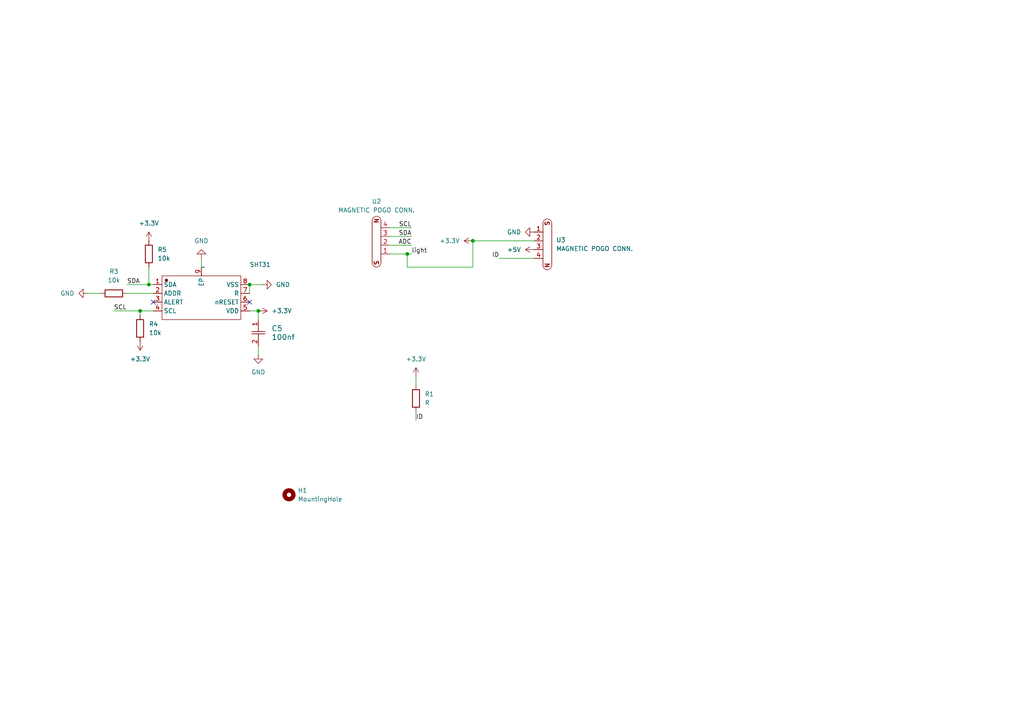
<source format=kicad_sch>
(kicad_sch (version 20250114) (generator "eeschema") (generator_version "9.0")
  (paper "A4")
  (lib_symbols
    (symbol "2026-01-23_05-30-51:C0603C104K5RACTU" (pin_names (offset 0.254))
      (property "Reference" "C" (at 3.81 3.81 0))
      (property "Value" "C0603C104K5RACTU" (at 3.81 -3.81 0))
      (symbol "C0603C104K5RACTU_1_1"
        (polyline (pts (xy 2.54 0) (xy 3.4798 0)) (stroke (width 0.2032)))
        (polyline (pts (xy 3.4798 -1.905) (xy 3.4798 1.905)) (stroke (width 0.2032)))
        (polyline (pts (xy 4.1148 0) (xy 5.08 0)) (stroke (width 0.2032)))
        (polyline (pts (xy 4.1148 -1.905) (xy 4.1148 1.905)) (stroke (width 0.2032)))
        (pin unspecified line (at 0 0 0) (length 2.54) (name "") (number "1"))
        (pin unspecified line (at 7.62 0 180) (length 2.54) (name "") (number "2"))
      )
      (symbol "C0603C104K5RACTU_1_2"
        (polyline (pts (xy -1.905 -3.4798) (xy 1.905 -3.4798)) (stroke (width 0.2032)))
        (polyline (pts (xy -1.905 -4.1148) (xy 1.905 -4.1148)) (stroke (width 0.2032)))
        (polyline (pts (xy 0 -2.54) (xy 0 -3.4798)) (stroke (width 0.2032)))
        (polyline (pts (xy 0 -4.1148) (xy 0 -5.08)) (stroke (width 0.2032)))
        (pin unspecified line (at 0 0 270) (length 2.54) (name "") (number "1"))
        (pin unspecified line (at 0 -7.62 90) (length 2.54) (name "") (number "2"))
      )
    )
    (symbol "Device:R" (pin_numbers (hide yes)) (pin_names (offset 0))
      (property "Reference" "R" (at 2.032 0 90))
      (property "Value" "R" (at 0 0 90))
      (symbol "R_0_1"
        (rectangle (start -1.016 -2.54) (end 1.016 2.54) (stroke (width 0.254)))
      )
      (symbol "R_1_1"
        (pin passive line (at 0 3.81 270) (length 1.27) (name "~") (number "1"))
        (pin passive line (at 0 -3.81 90) (length 1.27) (name "~") (number "2"))
      )
    )
    (symbol "Mechanical:MountingHole" (pin_names (offset 1.016)) (in_bom no)
      (property "Reference" "H" (at 0 5.08 0))
      (property "Value" "MountingHole" (at 0 3.175 0))
      (symbol "MountingHole_0_1"
        (circle (center 0 0) (radius 1.27) (stroke (width 1.27)))
      )
    )
    (symbol "SHT31-DIS-F2.5KS_2025-12-25-altium-import:root_0_SHT31-DIS-F2.5KS_"
      (symbol "root_0_SHT31-DIS-F2.5KS__1_0"
        (rectangle (start -11.43 5.08) (end 11.43 -7.62) (stroke (width 0) (color 136 0 0 1)))
        (circle (center -10.16 3.81) (radius 0.381) (stroke (width 0) (color 136 0 0 1)) (fill (type outline)))
        (pin passive line (at -13.97 2.54 0) (length 2.54) (name "SDA") (number "1"))
        (pin passive line (at -13.97 0 0) (length 2.54) (name "ADDR") (number "2"))
        (pin passive line (at -13.97 -2.54 0) (length 2.54) (name "ALERT") (number "3"))
        (pin passive line (at -13.97 -5.08 0) (length 2.54) (name "SCL") (number "4"))
        (pin passive line (at 0 7.62 270) (length 2.54) (name "EP") (number "9"))
        (pin passive line (at 13.97 2.54 180) (length 2.54) (name "VSS") (number "8"))
        (pin passive line (at 13.97 0 180) (length 2.54) (name "R") (number "7"))
        (pin passive line (at 13.97 -2.54 180) (length 2.54) (name "nRESET") (number "6"))
        (pin passive line (at 13.97 -5.08 180) (length 2.54) (name "VDD") (number "5"))
      )
    )
    (symbol "magnetic_pogo_conn.:MAGNETIC_POGO_CONN."
      (property "Reference" "U" (at 0.508 4.826 0))
      (property "Value" "MAGNETIC POGO CONN." (at 0.508 2.54 0))
      (symbol "MAGNETIC_POGO_CONN._1_1"
        (rectangle (start -5.08 1.2954) (end 7.112 1.27) (fill (type background)))
        (arc (start -5.08 -1.27) (mid -6.35 0) (end -5.08 1.27))
        (rectangle (start -5.08 -1.2446) (end 7.112 -1.27) (fill (type background)))
        (arc (start 7.112 1.27) (mid 8.382 0) (end 7.112 -1.27))
        (text "S" (at -5.08 0 0) (effects (font (size 1.27 1.27) (thickness 0.254) (bold yes))))
        (text "N" (at 7.112 0 0) (effects (font (size 1.27 1.27) (thickness 0.254) (bold yes))))
        (pin bidirectional line (at -2.54 -3.81 90) (length 2.54) (name "") (number "1"))
        (pin bidirectional line (at 0 -3.81 90) (length 2.54) (name "") (number "2"))
        (pin bidirectional line (at 2.54 -3.81 90) (length 2.54) (name "") (number "3"))
        (pin bidirectional line (at 5.08 -3.81 90) (length 2.54) (name "") (number "4"))
      )
    )
    (symbol "power:+3.3V" (power) (pin_numbers (hide yes)) (pin_names (offset 0) (hide yes))
      (property "Value" "+3.3V" (at 0 3.556 0))
      (symbol "+3.3V_0_1"
        (polyline (pts (xy -0.762 1.27) (xy 0 2.54)))
        (polyline (pts (xy 0 2.54) (xy 0.762 1.27)))
        (polyline (pts (xy 0 0) (xy 0 2.54)))
      )
      (symbol "+3.3V_1_1"
        (pin power_in line (at 0 0 90) (length 0) (name "~") (number "1"))
      )
    )
    (symbol "power:+5V" (power) (pin_numbers (hide yes)) (pin_names (offset 0) (hide yes))
      (property "Value" "+5V" (at 0 3.556 0))
      (symbol "+5V_0_1"
        (polyline (pts (xy -0.762 1.27) (xy 0 2.54)))
        (polyline (pts (xy 0 2.54) (xy 0.762 1.27)))
        (polyline (pts (xy 0 0) (xy 0 2.54)))
      )
      (symbol "+5V_1_1"
        (pin power_in line (at 0 0 90) (length 0) (name "~") (number "1"))
      )
    )
    (symbol "power:GND" (power) (pin_numbers (hide yes)) (pin_names (offset 0) (hide yes))
      (property "Value" "GND" (at 0 -3.81 0))
      (symbol "GND_0_1"
        (polyline (pts (xy 0 0) (xy 0 -1.27) (xy 1.27 -1.27) (xy 0 -2.54) (xy -1.27 -1.27) (xy 0 -1.27)))
      )
      (symbol "GND_1_1"
        (pin power_in line (at 0 0 270) (length 0) (name "~") (number "1"))
      )
    )
  )
  (junction (at 137.16 69.85))
  (junction (at 118.11 73.66))
  (junction (at 74.93 90.17))
  (junction (at 43.18 82.55))
  (junction (at 72.39 82.55))
  (junction (at 40.64 90.17))
  (no_connect (at 44.45 87.63))
  (no_connect (at 72.39 87.63))
  (wire (pts (xy 72.39 82.55) (xy 72.39 85.09)))
  (wire (pts (xy 40.64 90.17) (xy 40.64 91.44)))
  (wire (pts (xy 119.38 68.58) (xy 113.03 68.58)))
  (wire (pts (xy 43.18 77.47) (xy 43.18 82.55)))
  (wire (pts (xy 25.4 85.09) (xy 29.21 85.09)))
  (wire (pts (xy 58.42 74.93) (xy 58.42 77.47)))
  (wire (pts (xy 74.93 100.33) (xy 74.93 102.87)))
  (wire (pts (xy 36.83 85.09) (xy 44.45 85.09)))
  (wire (pts (xy 72.39 90.17) (xy 74.93 90.17)))
  (wire (pts (xy 74.93 90.17) (xy 74.93 92.71)))
  (wire (pts (xy 72.39 82.55) (xy 76.2 82.55)))
  (wire (pts (xy 118.11 77.47) (xy 118.11 73.66)))
  (wire (pts (xy 120.65 121.92) (xy 120.65 119.38)))
  (wire (pts (xy 144.78 74.93) (xy 154.94 74.93)))
  (wire (pts (xy 119.38 66.04) (xy 113.03 66.04)))
  (wire (pts (xy 40.64 90.17) (xy 44.45 90.17)))
  (wire (pts (xy 120.65 109.22) (xy 120.65 111.76)))
  (wire (pts (xy 137.16 77.47) (xy 118.11 77.47)))
  (wire (pts (xy 33.02 90.17) (xy 40.64 90.17)))
  (wire (pts (xy 36.83 82.55) (xy 43.18 82.55)))
  (wire (pts (xy 137.16 69.85) (xy 137.16 77.47)))
  (wire (pts (xy 118.11 73.66) (xy 119.38 73.66)))
  (wire (pts (xy 137.16 69.85) (xy 154.94 69.85)))
  (wire (pts (xy 43.18 82.55) (xy 44.45 82.55)))
  (wire (pts (xy 113.03 73.66) (xy 118.11 73.66)))
  (wire (pts (xy 119.38 71.12) (xy 113.03 71.12)))
  (label "ADC" (at 119.38 71.12 180))
  (label "SCL" (at 119.38 66.04 180))
  (label "SCL" (at 33.02 90.17 0))
  (label "SDA" (at 119.38 68.58 180))
  (label "ID" (at 144.78 74.93 180))
  (label "light" (at 119.38 73.66 0))
  (label "ID" (at 120.65 121.92 0))
  (label "SDA" (at 36.83 82.55 0))
  (symbol (lib_id "power:+3.3V") (at 137.16 69.85 90) (unit 1)
    (property "Reference" "#PWR08" (effects (hide yes)))
    (property "Value" "+3.3V" (at 133.35 69.8499 90) (effects (justify left)))
    (property "Description" "Power symbol creates a global label with name \"+3.3V\"" (effects (hide yes)))
  )
  (symbol (lib_id "power:GND") (at 154.94 67.31 270) (unit 1)
    (property "Reference" "#PWR010" (effects (hide yes)))
    (property "Value" "GND" (at 151.13 67.3099 90) (effects (justify right)))
    (property "Description" "Power symbol creates a global label with name \"GND\" , ground" (effects (hide yes)))
  )
  (symbol (lib_id "power:+3.3V") (at 74.93 90.17 270) (unit 1)
    (property "Reference" "#PWR03" (effects (hide yes)))
    (property "Value" "+3.3V" (at 78.74 90.1699 90) (effects (justify left)))
    (property "Description" "Power symbol creates a global label with name \"+3.3V\"" (effects (hide yes)))
  )
  (symbol (lib_id "Mechanical:MountingHole") (at 83.82 143.51 0) (unit 1) (in_bom no)
    (property "Reference" "H1" (at 86.36 142.2399 0) (effects (justify left)))
    (property "Value" "MountingHole" (at 86.36 144.7799 0) (effects (justify left)))
    (property "Footprint" "MountingHole:MountingHole_2.7mm_M2.5_Pad" (effects (hide yes)))
    (property "Description" "Mounting Hole without connection" (effects (hide yes)))
  )
  (symbol (lib_id "power:+3.3V") (at 43.18 69.85 0) (unit 1)
    (property "Reference" "#PWR011" (effects (hide yes)))
    (property "Value" "+3.3V" (at 43.18 64.77 0))
    (property "Description" "Power symbol creates a global label with name \"+3.3V\"" (effects (hide yes)))
  )
  (symbol (lib_id "power:+3.3V") (at 120.65 109.22 0) (unit 1)
    (property "Reference" "#PWR02" (effects (hide yes)))
    (property "Value" "+3.3V" (at 120.65 104.14 0))
    (property "Description" "Power symbol creates a global label with name \"+3.3V\"" (effects (hide yes)))
  )
  (symbol (lib_id "magnetic_pogo_conn.:MAGNETIC_POGO_CONN.") (at 158.75 69.85 270) (unit 1)
    (property "Reference" "U3" (at 161.29 69.5959 90) (effects (justify left)))
    (property "Value" "MAGNETIC POGO CONN." (at 161.29 72.1359 90) (effects (justify left)))
    (property "Footprint" "batteryholder:MAGNETIC POGO CONN." (effects (hide yes)))
  )
  (symbol (lib_id "2026-01-23_05-30-51:C0603C104K5RACTU") (at 74.93 92.71 270) (unit 1)
    (property "Reference" "C5" (at 78.74 95.2499 90) (effects (font (size 1.524 1.524)) (justify left)))
    (property "Value" "100nf" (at 78.74 97.7899 90) (effects (font (size 1.524 1.524)) (justify left)))
    (property "Footprint" "Capacitor_SMD:C_0805_2012Metric" (effects (hide yes)))
    (property "Datasheet" "https://content.kemet.com/datasheets/KEM_C1002_X7R_SMD.pdf" (effects (hide yes)))
  )
  (symbol (lib_id "Device:R") (at 43.18 73.66 180) (unit 1)
    (property "Reference" "R5" (at 45.72 72.3899 0) (effects (justify right)))
    (property "Value" "10k" (at 45.72 74.9299 0) (effects (justify right)))
    (property "Footprint" "Resistor_SMD:R_0805_2012Metric" (effects (hide yes)))
    (property "Description" "Resistor" (effects (hide yes)))
  )
  (symbol (lib_id "magnetic_pogo_conn.:MAGNETIC_POGO_CONN.") (at 109.22 71.12 90) (unit 1)
    (property "Reference" "U2" (at 109.2073 58.42 90))
    (property "Value" "MAGNETIC POGO CONN." (at 109.2073 60.96 90))
    (property "Footprint" "batteryholder:MAGNETIC POGO CONN." (effects (hide yes)))
  )
  (symbol (lib_id "Device:R") (at 33.02 85.09 90) (unit 1)
    (property "Reference" "R3" (at 33.02 78.74 90))
    (property "Value" "10k" (at 33.02 81.28 90))
    (property "Footprint" "Resistor_SMD:R_0805_2012Metric" (effects (hide yes)))
    (property "Description" "Resistor" (effects (hide yes)))
  )
  (symbol (lib_id "power:GND") (at 74.93 102.87 0) (unit 1)
    (property "Reference" "#PWR07" (effects (hide yes)))
    (property "Value" "GND" (at 74.93 107.95 0))
    (property "Description" "Power symbol creates a global label with name \"GND\" , ground" (effects (hide yes)))
  )
  (symbol (lib_id "power:+3.3V") (at 40.64 99.06 180) (unit 1)
    (property "Reference" "#PWR09" (effects (hide yes)))
    (property "Value" "+3.3V" (at 40.64 104.14 0))
    (property "Description" "Power symbol creates a global label with name \"+3.3V\"" (effects (hide yes)))
  )
  (symbol (lib_id "power:GND") (at 58.42 74.93 180) (unit 1)
    (property "Reference" "#PWR04" (effects (hide yes)))
    (property "Value" "GND" (at 58.42 69.85 0))
    (property "Description" "Power symbol creates a global label with name \"GND\" , ground" (effects (hide yes)))
  )
  (symbol (lib_id "power:GND") (at 76.2 82.55 90) (unit 1)
    (property "Reference" "#PWR01" (effects (hide yes)))
    (property "Value" "GND" (at 80.01 82.5499 90) (effects (justify right)))
    (property "Description" "Power symbol creates a global label with name \"GND\" , ground" (effects (hide yes)))
  )
  (symbol (lib_id "power:GND") (at 25.4 85.09 270) (unit 1)
    (property "Reference" "#PWR06" (effects (hide yes)))
    (property "Value" "GND" (at 21.59 85.0899 90) (effects (justify right)))
    (property "Description" "Power symbol creates a global label with name \"GND\" , ground" (effects (hide yes)))
  )
  (symbol (lib_id "Device:R") (at 40.64 95.25 180) (unit 1)
    (property "Reference" "R4" (at 43.18 93.9799 0) (effects (justify right)))
    (property "Value" "10k" (at 43.18 96.5199 0) (effects (justify right)))
    (property "Footprint" "Resistor_SMD:R_0805_2012Metric" (effects (hide yes)))
    (property "Description" "Resistor" (effects (hide yes)))
  )
  (symbol (lib_id "power:+5V") (at 154.94 72.39 90) (unit 1)
    (property "Reference" "#PWR012" (effects (hide yes)))
    (property "Value" "+5V" (at 151.13 72.3899 90) (effects (justify left)))
    (property "Description" "Power symbol creates a global label with name \"+5V\"" (effects (hide yes)))
  )
  (symbol (lib_id "Device:R") (at 120.65 115.57 0) (unit 1)
    (property "Reference" "R1" (at 123.19 114.2999 0) (effects (justify left)))
    (property "Value" "R" (at 123.19 116.8399 0) (effects (justify left)))
    (property "Footprint" "Resistor_SMD:R_0805_2012Metric" (effects (hide yes)))
    (property "Description" "Resistor" (effects (hide yes)))
  )
  (symbol (lib_id "SHT31-DIS-F2.5KS_2025-12-25-altium-import:root_0_SHT31-DIS-F2.5KS_") (at 58.42 85.09 0) (unit 1)
    (property "Reference" "SHT31" (at 72.39 77.47 0) (effects (justify left bottom)))
    (property "Value" "~" (at 58.42 77.47 0) (effects (justify left)))
    (property "Footprint" "batteryholder:sht31-footprint" (effects (hide yes)))
  )
)
</source>
